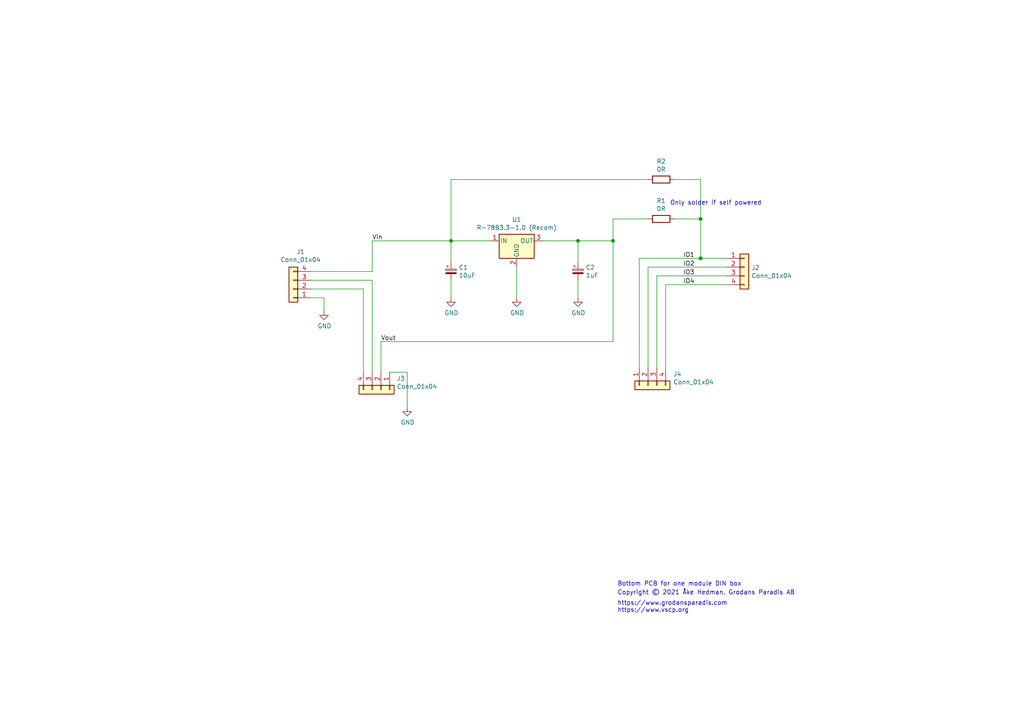
<source format=kicad_sch>
(kicad_sch (version 20211123) (generator eeschema)
  (paper "A4")
  (lib_symbols
    (symbol "Connector_Generic:Conn_01x04" (pin_names (offset 1.016) hide)
      (property "Reference" "J" (at 0 5.08 0))
      (property "Value" "Conn_01x04" (at 0 -7.62 0))
      (symbol "Conn_01x04_1_1"
        (rectangle (start -1.27 -4.953) (end 0 -5.207) (stroke (width 0.1524)))
        (rectangle (start -1.27 -2.413) (end 0 -2.667) (stroke (width 0.1524)))
        (rectangle (start -1.27 0.127) (end 0 -0.127) (stroke (width 0.1524)))
        (rectangle (start -1.27 2.667) (end 0 2.413) (stroke (width 0.1524)))
        (rectangle (start -1.27 3.81) (end 1.27 -6.35) (stroke (width 0.254)) (fill (type background)))
        (pin passive line (at -5.08 2.54 0) (length 3.81) (name "Pin_1") (number "1"))
        (pin passive line (at -5.08 0 0) (length 3.81) (name "Pin_2") (number "2"))
        (pin passive line (at -5.08 -2.54 0) (length 3.81) (name "Pin_3") (number "3"))
        (pin passive line (at -5.08 -5.08 0) (length 3.81) (name "Pin_4") (number "4"))
      )
    )
    (symbol "Device:CP_Small" (pin_numbers hide) (pin_names (offset 0.254) hide)
      (property "Reference" "C" (at 0.254 1.778 0))
      (property "Value" "Device_CP_Small" (at 0.254 -2.032 0))
      (symbol "CP_Small_0_1"
        (rectangle (start -1.524 -0.3048) (end 1.524 -0.6858) (fill (type outline)))
        (rectangle (start -1.524 0.6858) (end 1.524 0.3048))
        (polyline (pts (xy -1.27 1.524) (xy -0.762 1.524)))
        (polyline (pts (xy -1.016 1.27) (xy -1.016 1.778)))
      )
      (symbol "CP_Small_1_1"
        (pin passive line (at 0 2.54 270) (length 1.8542) (name "~") (number "1"))
        (pin passive line (at 0 -2.54 90) (length 1.8542) (name "~") (number "2"))
      )
    )
    (symbol "Device:R" (pin_numbers hide) (pin_names (offset 0))
      (property "Reference" "R" (at 2.032 0 90))
      (property "Value" "R" (at 0 0 90))
      (symbol "R_0_1"
        (rectangle (start -1.016 -2.54) (end 1.016 2.54) (stroke (width 0.254)))
      )
      (symbol "R_1_1"
        (pin passive line (at 0 3.81 270) (length 1.27) (name "~") (number "1"))
        (pin passive line (at 0 -3.81 90) (length 1.27) (name "~") (number "2"))
      )
    )
    (symbol "Regulator_Switching:R-78B3.3-2.0" (pin_names (offset 0.254))
      (property "Reference" "U" (at -3.81 3.175 0))
      (property "Value" "R-78B3.3-2.0" (at 0 3.175 0))
      (symbol "R-78B3.3-2.0_0_1"
        (rectangle (start -5.08 1.905) (end 5.08 -5.08) (stroke (width 0.254)) (fill (type background)))
      )
      (symbol "R-78B3.3-2.0_1_1"
        (pin power_in line (at -7.62 0 0) (length 2.54) (name "IN") (number "1"))
        (pin power_in line (at 0 -7.62 90) (length 2.54) (name "GND") (number "2"))
        (pin power_out line (at 7.62 0 180) (length 2.54) (name "OUT") (number "3"))
      )
    )
    (symbol "power:GND" (power) (pin_names (offset 0))
      (property "Value" "GND" (at 0 -3.81 0))
      (symbol "GND_0_1"
        (polyline (pts (xy 0 0) (xy 0 -1.27) (xy 1.27 -1.27) (xy 0 -2.54) (xy -1.27 -1.27) (xy 0 -1.27)))
      )
      (symbol "GND_1_1"
        (pin power_in line (at 0 0 270) (length 0) hide (name "GND") (number "1"))
      )
    )
  )
  (junction (at 130.81 69.85))
  (junction (at 203.2 74.93))
  (junction (at 167.64 69.85))
  (junction (at 203.2 63.5))
  (junction (at 177.8 69.85))
  (wire (pts (xy 185.42 74.93) (xy 203.2 74.93)))
  (wire (pts (xy 107.95 69.85) (xy 130.81 69.85)))
  (wire (pts (xy 203.2 63.5) (xy 203.2 74.93)))
  (wire (pts (xy 149.86 77.47) (xy 149.86 86.36)))
  (wire (pts (xy 203.2 52.07) (xy 203.2 63.5)))
  (wire (pts (xy 110.49 99.06) (xy 177.8 99.06)))
  (wire (pts (xy 130.81 81.28) (xy 130.81 86.36)))
  (wire (pts (xy 187.96 77.47) (xy 210.82 77.47)))
  (wire (pts (xy 107.95 81.28) (xy 90.17 81.28)))
  (wire (pts (xy 90.17 78.74) (xy 107.95 78.74)))
  (wire (pts (xy 167.64 69.85) (xy 167.64 76.2)))
  (wire (pts (xy 157.48 69.85) (xy 167.64 69.85)))
  (wire (pts (xy 195.58 63.5) (xy 203.2 63.5)))
  (wire (pts (xy 177.8 69.85) (xy 167.64 69.85)))
  (wire (pts (xy 203.2 74.93) (xy 210.82 74.93)))
  (wire (pts (xy 185.42 106.68) (xy 185.42 74.93)))
  (wire (pts (xy 193.04 82.55) (xy 210.82 82.55)))
  (wire (pts (xy 107.95 107.95) (xy 107.95 81.28)))
  (wire (pts (xy 190.5 80.01) (xy 210.82 80.01)))
  (wire (pts (xy 177.8 63.5) (xy 177.8 69.85)))
  (wire (pts (xy 110.49 107.95) (xy 110.49 99.06)))
  (wire (pts (xy 90.17 86.36) (xy 93.98 86.36)))
  (wire (pts (xy 105.41 83.82) (xy 90.17 83.82)))
  (wire (pts (xy 142.24 69.85) (xy 130.81 69.85)))
  (wire (pts (xy 190.5 80.01) (xy 190.5 106.68)))
  (wire (pts (xy 187.96 63.5) (xy 177.8 63.5)))
  (wire (pts (xy 107.95 78.74) (xy 107.95 69.85)))
  (wire (pts (xy 193.04 106.68) (xy 193.04 82.55)))
  (wire (pts (xy 195.58 52.07) (xy 203.2 52.07)))
  (wire (pts (xy 130.81 52.07) (xy 130.81 69.85)))
  (wire (pts (xy 187.96 52.07) (xy 130.81 52.07)))
  (wire (pts (xy 105.41 107.95) (xy 105.41 83.82)))
  (wire (pts (xy 130.81 69.85) (xy 130.81 76.2)))
  (wire (pts (xy 187.96 106.68) (xy 187.96 77.47)))
  (wire (pts (xy 177.8 99.06) (xy 177.8 69.85)))
  (wire (pts (xy 113.03 107.95) (xy 118.11 107.95)))
  (wire (pts (xy 167.64 81.28) (xy 167.64 86.36)))
  (wire (pts (xy 93.98 86.36) (xy 93.98 90.17)))
  (wire (pts (xy 118.11 107.95) (xy 118.11 118.11)))
  (text "Bottom PCB for one module DIN box" (at 179.07 170.18 0) (effects (font (size 1.27 1.27)) (justify left bottom)))
  (text "Copyright © 2021 Åke Hedman, Grodans Paradis AB" (at 179.07 172.72 0) (effects (font (size 1.27 1.27)) (justify left bottom)))
  (text "Only solder if self powered" (at 194.31 59.69 0) (effects (font (size 1.27 1.27)) (justify left bottom)))
  (text "https://www.grodansparadis.com\nhttps://www.vscp.org" (at 179.07 177.8 0) (effects (font (size 1.27 1.27)) (justify left bottom)))
  (label "Vin" (at 107.95 69.85 0))
  (label "IO1" (at 198.12 74.93 0))
  (label "IO4" (at 198.12 82.55 0))
  (label "IO2" (at 198.12 77.47 0))
  (label "Vout" (at 110.49 99.06 0))
  (label "IO3" (at 198.12 80.01 0))
  (symbol (lib_id "Regulator_Switching:R-78B3.3-2.0") (at 149.86 69.85 0) (unit 1)
    (property "Reference" "U1" (at 149.86 63.7032 0))
    (property "Value" "R-78B3.3-1.0 (Recom)" (at 149.86 66.0146 0))
    (property "Footprint" "Converter_DCDC:Converter_DCDC_RECOM_R-78B-2.0_THT" (effects hide))
    (property "Datasheet" "https://www.recom-power.com/pdf/Innoline/R-78Bxx-2.0.pdf" (effects hide))
  )
  (symbol (lib_id "Device:CP_Small") (at 130.81 78.74 0) (unit 1)
    (property "Reference" "C1" (at 133.0452 77.5716 0) (effects (justify left)))
    (property "Value" "10uF" (at 133.0452 79.883 0) (effects (justify left)))
    (property "Footprint" "Capacitor_THT:CP_Radial_D5.0mm_P2.50mm" (effects hide))
  )
  (symbol (lib_id "Device:CP_Small") (at 167.64 78.74 0) (unit 1)
    (property "Reference" "C2" (at 169.8752 77.5716 0) (effects (justify left)))
    (property "Value" "1uF" (at 169.8752 79.883 0) (effects (justify left)))
    (property "Footprint" "Capacitor_THT:CP_Radial_D5.0mm_P2.50mm" (effects hide))
  )
  (symbol (lib_id "power:GND") (at 130.81 86.36 0) (unit 1)
    (property "Reference" "#PWR0101" (effects hide))
    (property "Value" "GND" (at 130.937 90.7542 0))
  )
  (symbol (lib_id "power:GND") (at 149.86 86.36 0) (unit 1)
    (property "Reference" "#PWR0102" (effects hide))
    (property "Value" "GND" (at 149.987 90.7542 0))
  )
  (symbol (lib_id "power:GND") (at 167.64 86.36 0) (unit 1)
    (property "Reference" "#PWR0103" (effects hide))
    (property "Value" "GND" (at 167.767 90.7542 0))
  )
  (symbol (lib_id "Connector_Generic:Conn_01x04") (at 85.09 83.82 180) (unit 1)
    (property "Reference" "J1" (at 87.1728 73.025 0))
    (property "Value" "Conn_01x04" (at 87.1728 75.3364 0))
    (property "Footprint" "Connector_PinHeader_2.54mm:PinHeader_1x04_P2.54mm_Horizontal" (effects hide))
  )
  (symbol (lib_id "Connector_Generic:Conn_01x04") (at 215.9 77.47 0) (unit 1)
    (property "Reference" "J2" (at 217.932 77.6732 0) (effects (justify left)))
    (property "Value" "Conn_01x04" (at 217.932 79.9846 0) (effects (justify left)))
    (property "Footprint" "Connector_PinHeader_2.54mm:PinHeader_1x04_P2.54mm_Horizontal" (effects hide))
  )
  (symbol (lib_id "Connector_Generic:Conn_01x04") (at 110.49 113.03 270) (unit 1)
    (property "Reference" "J3" (at 115.062 109.7788 90) (effects (justify left)))
    (property "Value" "Conn_01x04" (at 115.062 112.0902 90) (effects (justify left)))
    (property "Footprint" "Connector_PinHeader_2.54mm:PinHeader_1x04_P2.54mm_Vertical" (effects hide))
  )
  (symbol (lib_id "Connector_Generic:Conn_01x04") (at 187.96 111.76 90) (mirror x) (unit 1)
    (property "Reference" "J4" (at 195.2752 108.5088 90) (effects (justify right)))
    (property "Value" "Conn_01x04" (at 195.2752 110.8202 90) (effects (justify right)))
    (property "Footprint" "Connector_PinHeader_2.54mm:PinHeader_1x04_P2.54mm_Vertical" (effects hide))
  )
  (symbol (lib_id "power:GND") (at 93.98 90.17 0) (unit 1)
    (property "Reference" "#PWR0104" (effects hide))
    (property "Value" "GND" (at 94.107 94.5642 0))
  )
  (symbol (lib_id "power:GND") (at 118.11 118.11 0) (unit 1)
    (property "Reference" "#PWR0105" (effects hide))
    (property "Value" "GND" (at 118.237 122.5042 0))
  )
  (symbol (lib_id "Device:R") (at 191.77 63.5 270) (unit 1)
    (property "Reference" "R1" (at 191.77 58.2422 90))
    (property "Value" "0R" (at 191.77 60.5536 90))
    (property "Footprint" "Resistor_SMD:R_0805_2012Metric" (effects hide))
  )
  (symbol (lib_id "Device:R") (at 191.77 52.07 270) (unit 1)
    (property "Reference" "R2" (at 191.77 46.8122 90))
    (property "Value" "0R" (at 191.77 49.1236 90))
    (property "Footprint" "Resistor_SMD:R_0805_2012Metric" (effects hide))
  )
)
</source>
